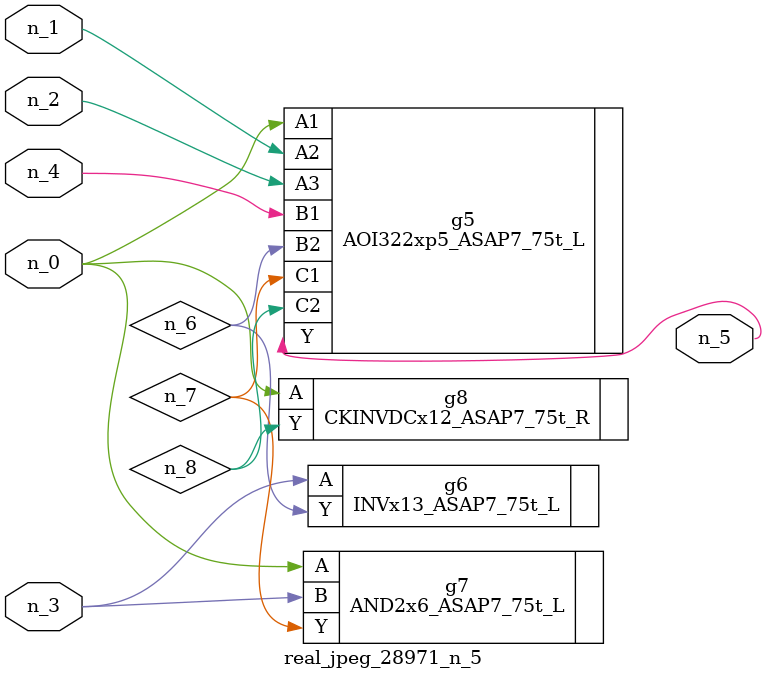
<source format=v>
module real_jpeg_28971_n_5 (n_4, n_0, n_1, n_2, n_3, n_5);

input n_4;
input n_0;
input n_1;
input n_2;
input n_3;

output n_5;

wire n_8;
wire n_6;
wire n_7;

AOI322xp5_ASAP7_75t_L g5 ( 
.A1(n_0),
.A2(n_1),
.A3(n_2),
.B1(n_4),
.B2(n_6),
.C1(n_7),
.C2(n_8),
.Y(n_5)
);

AND2x6_ASAP7_75t_L g7 ( 
.A(n_0),
.B(n_3),
.Y(n_7)
);

CKINVDCx12_ASAP7_75t_R g8 ( 
.A(n_0),
.Y(n_8)
);

INVx13_ASAP7_75t_L g6 ( 
.A(n_3),
.Y(n_6)
);


endmodule
</source>
